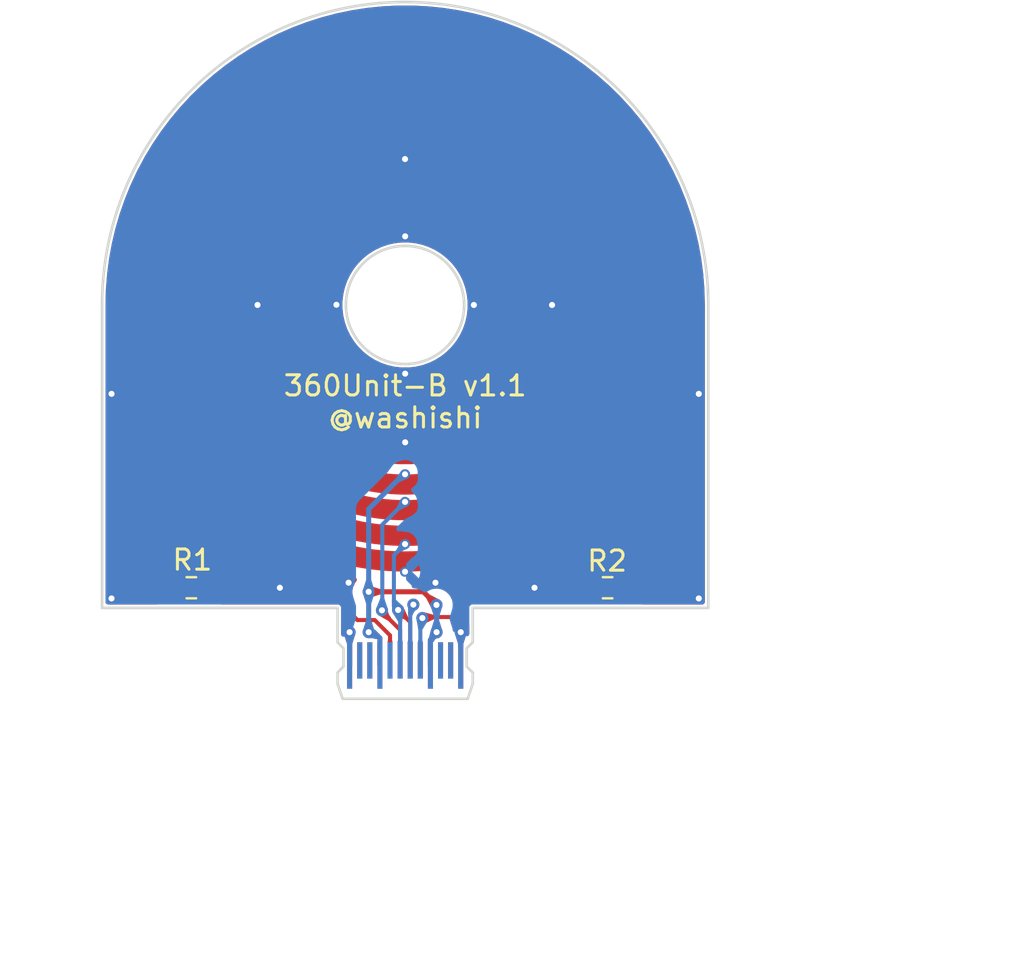
<source format=kicad_pcb>
(kicad_pcb (version 20241229) (generator "pcbnew") (generator_version "9.0")
  (layers (0 "F.Cu" signal) (2 "B.Cu" signal) (13 "F.Paste" user) (15 "B.Paste" user) (5 "F.SilkS" user "F.Silkscreen") (7 "B.SilkS" user "B.Silkscreen") (1 "F.Mask" user) (3 "B.Mask" user) (25 "Edge.Cuts" user))
  (net 0 "")
  (net 3 "Net-(J2-CC2)")
  (net 4 "Net-(J2-CC1)")
  (net 5 "/D+")
  (net 6 "/5V")
  (net 7 "/D-")
  (net 8 "/GND")
  (footprint "Local_Library:USB-C_PCBPLUG" (layer "F.Cu") (at 152.406703 119.2 -90)
    (property "Reference" "J2" (hide yes))
    (property "Value" "USB_C_Receptacle_USB2.0" (hide yes))
    (fp_line (start -2.6 3.345) (end -0.9 3.345) (stroke (width 0.127)) (layer "Edge.Cuts"))
    (fp_line (start -0.9 3.345) (end -0.6 3.055) (stroke (width 0.127)) (layer "Edge.Cuts"))
    (fp_line (start 0.6 3.345) (end 1.15 3.345) (stroke (width 0.127)) (layer "Edge.Cuts"))
    (fp_line (start 1.9 3.095) (end 1.15 3.345) (stroke (width 0.127)) (layer "Edge.Cuts"))
    (fp_line (start -0.6 3.055) (end 0.3 3.055) (stroke (width 0.127)) (layer "Edge.Cuts"))
    (fp_line (start 0.3 3.055) (end 0.6 3.345) (stroke (width 0.127)) (layer "Edge.Cuts"))
    (fp_line (start -0.6 -3.045) (end 0.3 -3.045) (stroke (width 0.127)) (layer "Edge.Cuts"))
    (fp_line (start 0.3 -3.045) (end 0.6 -3.345) (stroke (width 0.127)) (layer "Edge.Cuts"))
    (fp_line (start 1.9 -3.095) (end 1.9 3.095) (stroke (width 0.127)) (layer "Edge.Cuts"))
    (fp_line (start -2.6 -3.345) (end -0.9 -3.345) (stroke (width 0.127)) (layer "Edge.Cuts"))
    (fp_line (start -0.9 -3.345) (end -0.6 -3.045) (stroke (width 0.127)) (layer "Edge.Cuts"))
    (fp_line (start 0.6 -3.345) (end 1.15 -3.345) (stroke (width 0.127)) (layer "Edge.Cuts"))
    (fp_line (start 1.15 -3.345) (end 1.9 -3.095) (stroke (width 0.127)) (layer "Edge.Cuts"))
    (pad "A1" smd rect (at 0.25 2.75 270) (size 2.3 0.25) (layers "F.Cu" "F.Mask") (net 8 "/GND"))
    (pad "A2" smd rect (at 0 2.25 270) (size 1.8 0.25) (layers "F.Cu" "F.Mask"))
    (pad "A3" smd rect (at 0 1.75 270) (size 1.8 0.25) (layers "F.Cu" "F.Mask"))
    (pad "A4" smd rect (at 0.25 1.25 270) (size 2.3 0.25) (layers "F.Cu" "F.Mask") (net 6 "/5V"))
    (pad "A5" smd rect (at 0 0.75 270) (size 1.8 0.25) (layers "F.Cu" "F.Mask") (net 4 "Net-(J2-CC1)"))
    (pad "A6" smd rect (at 0 0.25 270) (size 1.8 0.25) (layers "F.Cu" "F.Mask") (net 5 "/D+"))
    (pad "A7" smd rect (at 0 -0.25 270) (size 1.8 0.25) (layers "F.Cu" "F.Mask") (net 7 "/D-"))
    (pad "A8" smd rect (at 0 -0.75 270) (size 1.8 0.25) (layers "F.Cu" "F.Mask"))
    (pad "A9" smd rect (at 0.25 -1.25 270) (size 2.3 0.25) (layers "F.Cu" "F.Mask") (net 6 "/5V"))
    (pad "A10" smd rect (at 0 -1.75 270) (size 1.8 0.25) (layers "F.Cu" "F.Mask"))
    (pad "A11" smd rect (at 0 -2.25 270) (size 1.8 0.25) (layers "F.Cu" "F.Mask"))
    (pad "A12" smd rect (at 0.25 -2.75 270) (size 2.3 0.25) (layers "F.Cu" "F.Mask") (net 8 "/GND"))
    (pad "B1" smd rect (at 0.25 -2.75 270) (size 2.3 0.25) (layers "B.Cu" "B.Mask") (net 8 "/GND"))
    (pad "B2" smd rect (at 0 -2.25 270) (size 1.8 0.25) (layers "B.Cu" "B.Mask"))
    (pad "B3" smd rect (at 0 -1.75 270) (size 1.8 0.25) (layers "B.Cu" "B.Mask"))
    (pad "B4" smd rect (at 0.25 -1.25 270) (size 2.3 0.25) (layers "B.Cu" "B.Mask") (net 6 "/5V"))
    (pad "B5" smd rect (at 0 -0.75 270) (size 1.8 0.25) (layers "B.Cu" "B.Mask") (net 3 "Net-(J2-CC2)"))
    (pad "B6" smd rect (at 0 -0.25 270) (size 1.8 0.25) (layers "B.Cu" "B.Mask") (net 5 "/D+"))
    (pad "B7" smd rect (at 0 0.25 270) (size 1.8 0.25) (layers "B.Cu" "B.Mask") (net 7 "/D-"))
    (pad "B8" smd rect (at 0 0.75 270) (size 1.8 0.25) (layers "B.Cu" "B.Mask"))
    (pad "B9" smd rect (at 0.25 1.25 270) (size 2.3 0.25) (layers "B.Cu" "B.Mask") (net 6 "/5V"))
    (pad "B10" smd rect (at 0 1.75 270) (size 1.8 0.25) (layers "B.Cu" "B.Mask"))
    (pad "B11" smd rect (at 0 2.25 270) (size 1.8 0.25) (layers "B.Cu" "B.Mask"))
    (pad "B12" smd rect (at 0.25 2.75 270) (size 2.3 0.25) (layers "B.Cu" "B.Mask") (net 8 "/GND"))
  )
  (footprint "Local_Library:RingTerminal" (layer "F.Cu") (at 152.4 101.6)
    (property "Reference" "J1" (hide yes))
    (property "Value" "~" (hide yes))
    (fp_circle (center 0 0) (end 0 8.89) (stroke (width 1)) (fill no) (layer "F.Cu"))
    (fp_circle (center 0 0) (end 0 10.16) (stroke (width 1)) (fill no) (layer "F.Cu"))
    (fp_circle (center 0 0) (end 0 11.43) (stroke (width 1)) (fill no) (layer "F.Cu"))
    (fp_circle (center 0 0) (end 0 12.7) (stroke (width 1)) (fill no) (layer "F.Cu"))
    (fp_circle (center 0 0) (end 2.925 0) (stroke (width 0.13)) (fill no) (layer "Edge.Cuts"))
    (pad "1" thru_hole circle (at 0 8.382) (size 0.5 0.5) (drill 0.3) (layers "*.Cu" "*.Mask") (net 6 "/5V"))
    (pad "2" thru_hole circle (at 0 9.75) (size 0.5 0.5) (drill 0.3) (layers "*.Cu" "*.Mask") (net 5 "/D+"))
    (pad "3" thru_hole circle (at 0 11.8404) (size 0.5 0.5) (drill 0.3) (layers "*.Cu" "*.Mask") (net 7 "/D-"))
    (pad "4" thru_hole circle (at 0 13.208) (size 0.5 0.5) (drill 0.3) (layers "*.Cu" "*.Mask") (net 8 "/GND"))
  )
  (footprint "Resistor_SMD:R_0603_1608Metric" (layer "F.Cu") (at 141.825 115.6 180)
    (property "Reference" "R1" (at -0.05 1.375 0) (layer "F.SilkS"))
    (property "Value" "5.1k")
    (fp_line (start -0.237258 0.5225) (end 0.237258 0.5225) (stroke (width 0.12)) (layer "F.SilkS"))
    (fp_line (start -0.237258 -0.5225) (end 0.237258 -0.5225) (stroke (width 0.12)) (layer "F.SilkS"))
    (pad "1" smd roundrect (at -0.825 0 180) (size 0.8 0.95) (layers "F.Cu" "F.Mask" "F.Paste") (net 4 "Net-(J2-CC1)"))
    (pad "2" smd roundrect (at 0.825 0 180) (size 0.8 0.95) (layers "F.Cu" "F.Mask" "F.Paste") (net 8 "/GND"))
  )
  (footprint "Resistor_SMD:R_0603_1608Metric" (layer "F.Cu") (at 162.425 115.6)
    (property "Reference" "R2" (at -0.025 -1.325 0) (layer "F.SilkS"))
    (property "Value" "5.1k")
    (fp_line (start -0.237258 -0.5225) (end 0.237258 -0.5225) (stroke (width 0.12)) (layer "F.SilkS"))
    (fp_line (start -0.237258 0.5225) (end 0.237258 0.5225) (stroke (width 0.12)) (layer "F.SilkS"))
    (pad "1" smd roundrect (at -0.825 0) (size 0.8 0.95) (layers "F.Cu" "F.Mask" "F.Paste") (net 3 "Net-(J2-CC2)"))
    (pad "2" smd roundrect (at 0.825 0) (size 0.8 0.95) (layers "F.Cu" "F.Mask" "F.Paste") (net 8 "/GND"))
  )
  (gr_line (start 137.406703 116.6) (end 149.061703 116.6) (stroke (width 0.13)) (layer "Edge.Cuts"))
  (gr_line (start 137.406703 101.6) (end 137.406703 116.6) (stroke (width 0.13)) (layer "Edge.Cuts"))
  (gr_line (start 167.406703 116.6) (end 167.406703 101.6) (stroke (width 0.13)) (layer "Edge.Cuts"))
  (gr_arc (start 137.406703 101.6) (mid 152.406703 86.6) (end 167.406703 101.6) (stroke (width 0.13)) (layer "Edge.Cuts"))
  (gr_line (start 155.751703 116.6) (end 167.406703 116.6) (stroke (width 0.13)) (layer "Edge.Cuts"))
  (gr_text "@washishi" (at 152.406703 106.6 0) (layer "F.SilkS") (effects (font (size 1 1)) (justify top)))
  (gr_text "360Unit-B v1.1" (at 152.406703 105.6 0) (layer "F.SilkS") (effects (font (size 1 1))))
  (segment (start 154.875 117.05) (end 153.306703 117.05) (width 0.2) (layer "F.Cu") (net 3))
  (segment (start 160.901 116.299) (end 161.6 115.6) (width 0.2) (layer "F.Cu") (net 3))
  (segment (start 155.876381 116.299) (end 160.901 116.299) (width 0.2) (layer "F.Cu") (net 3))
  (segment (start 155.627025 116.299) (end 155.826 116.299) (width 0.2) (layer "F.Cu") (net 3))
  (segment (start 153.306703 117.05) (end 153.256703 117.1) (width 0.2) (layer "F.Cu") (net 3))
  (segment (start 155.826 116.299) (end 155.876381 116.299) (width 0.2) (layer "F.Cu") (net 3))
  (segment (start 155.450703 116.475322) (end 155.627025 116.299) (width 0.2) (layer "F.Cu") (net 3))
  (segment (start 155.425703 116.499297) (end 154.875 117.05) (width 0.2) (layer "F.Cu") (net 3))
  (via (at 153.256703 117.1) (size 0.6) (drill 0.3) (layers "F.Cu" "B.Cu") (net 3))
  (segment (start 153.156703 119.2) (end 153.156703 117.2) (width 0.2) (layer "B.Cu") (net 3))
  (segment (start 153.156703 117.2) (end 153.256703 117.1) (width 0.2) (layer "B.Cu") (net 3))
  (segment (start 149.173955 116.329) (end 143.379 116.329) (width 0.2) (layer "F.Cu") (net 4))
  (segment (start 151.656703 117.956646) (end 151.656703 119.2) (width 0.2) (layer "F.Cu") (net 4))
  (segment (start 150.043955 117.199) (end 149.675829 116.830874) (width 0.2) (layer "F.Cu") (net 4))
  (segment (start 150.043955 117.199) (end 150.899057 117.199) (width 0.2) (layer "F.Cu") (net 4))
  (segment (start 149.944955 117.1) (end 149.906703 117.061748) (width 0.2) (layer "F.Cu") (net 4))
  (segment (start 149.906703 117.061748) (end 149.675829 116.830874) (width 0.2) (layer "F.Cu") (net 4))
  (segment (start 143.379 116.329) (end 142.65 115.6) (width 0.2) (layer "F.Cu") (net 4))
  (segment (start 149.675829 116.830874) (end 149.173955 116.329) (width 0.2) (layer "F.Cu") (net 4))
  (segment (start 150.899057 117.199) (end 151.656703 117.956646) (width 0.2) (layer "F.Cu") (net 4))
  (segment (start 152.156703 119.2) (end 152.156703 117.686703) (width 0.2) (layer "F.Cu") (net 5))
  (segment (start 152.156703 117.686703) (end 151.25 116.78) (width 0.2) (layer "F.Cu") (net 5))
  (segment (start 152.811621 116.43524) (end 152.641886 116.43524) (width 0.2) (layer "F.Cu") (net 5))
  (segment (start 152.811622 116.435239) (end 152.811621 116.43524) (width 0.2) (layer "F.Cu") (net 5))
  (via (at 151.256891 116.717383) (size 0.6) (drill 0.3) (layers "F.Cu" "B.Cu") (net 5))
  (via (at 152.811622 116.435239) (size 0.6) (drill 0.3) (layers "F.Cu" "B.Cu") (net 5))
  (segment (start 152.811622 116.435239) (end 152.811621 116.43524) (width 0.2) (layer "B.Cu") (net 5))
  (segment (start 152.811621 116.43524) (end 152.67352 116.43524) (width 0.2) (layer "B.Cu") (net 5))
  (segment (start 152.656703 116.452057) (end 152.656703 119.2) (width 0.2) (layer "B.Cu") (net 5))
  (segment (start 152.67352 116.43524) (end 152.656703 116.452057) (width 0.2) (layer "B.Cu") (net 5))
  (segment (start 152.811622 116.435239) (end 152.926 116.320861) (width 0.2) (layer "B.Cu") (net 5))
  (segment (start 151.275 112.475) (end 151.275 116.725) (width 0.2) (layer "B.Cu") (net 5))
  (segment (start 152.4 111.35) (end 151.275 112.475) (width 0.2) (layer "B.Cu") (net 5))
  (segment (start 151.275 116.725) (end 151.375 116.825) (width 0.2) (layer "B.Cu") (net 5))
  (segment (start 150.675798 117.875) (end 150.700798 117.9) (width 0.25) (layer "F.Cu") (net 6))
  (segment (start 153.656703 119.45) (end 153.656703 118.185298) (width 0.25) (layer "F.Cu") (net 6))
  (segment (start 153.306703 115.8) (end 150.6 115.8) (width 0.25) (layer "F.Cu") (net 6))
  (segment (start 153.656703 118.185298) (end 153.962025 117.879976) (width 0.25) (layer "F.Cu") (net 6))
  (segment (start 153.956703 116.45) (end 153.306703 115.8) (width 0.25) (layer "F.Cu") (net 6))
  (segment (start 151.156703 118.1) (end 151.156703 119.45) (width 0.25) (layer "F.Cu") (net 6))
  (segment (start 150.6 117.8) (end 150.856703 117.8) (width 0.25) (layer "F.Cu") (net 6))
  (segment (start 150.856703 117.8) (end 151.156703 118.1) (width 0.25) (layer "F.Cu") (net 6))
  (segment (start 153.962025 117.879976) (end 153.962025 117.8) (width 0.25) (layer "F.Cu") (net 6))
  (segment (start 150.65 117.8) (end 150.656703 117.8) (width 0.25) (layer "F.Cu") (net 6))
  (segment (start 150.675798 117.875) (end 150.8 117.875) (width 0.2) (layer "F.Cu") (net 6))
  (via (at 150.6 117.8) (size 0.6) (drill 0.3) (layers "F.Cu" "B.Cu") (net 6))
  (via (at 153.956703 116.45) (size 0.6) (drill 0.3) (layers "F.Cu" "B.Cu") (net 6))
  (via (at 150.6 115.8) (size 0.6) (drill 0.3) (layers "F.Cu" "B.Cu") (net 6))
  (via (at 153.962025 117.8) (size 0.6) (drill 0.3) (layers "F.Cu" "B.Cu") (net 6))
  (segment (start 150.856703 117.8) (end 150.6 117.8) (width 0.25) (layer "B.Cu") (net 6))
  (segment (start 153.956703 116.45) (end 153.956703 116.9) (width 0.25) (layer "B.Cu") (net 6))
  (segment (start 151.156703 118.1) (end 150.856703 117.8) (width 0.25) (layer "B.Cu") (net 6))
  (segment (start 150.6 111.706703) (end 152.4 109.906703) (width 0.25) (layer "B.Cu") (net 6))
  (segment (start 151.156703 119.45) (end 151.156703 118.1) (width 0.25) (layer "B.Cu") (net 6))
  (segment (start 153.881678 117.918322) (end 153.881678 117.981728) (width 0.2) (layer "B.Cu") (net 6))
  (segment (start 150.6 115.506703) (end 150.6 111.706703) (width 0.25) (layer "B.Cu") (net 6))
  (segment (start 153.956703 116.9) (end 153.962025 116.905322) (width 0.25) (layer "B.Cu") (net 6))
  (segment (start 153.912025 117.918322) (end 153.881678 117.918322) (width 0.2) (layer "B.Cu") (net 6))
  (segment (start 153.962025 116.905322) (end 153.962025 117.8) (width 0.25) (layer "B.Cu") (net 6))
  (segment (start 153.962025 117.879976) (end 153.962025 117.8) (width 0.25) (layer "B.Cu") (net 6))
  (segment (start 150.675798 117.875) (end 150.717893 117.875) (width 0.25) (layer "B.Cu") (net 6))
  (segment (start 152.4 109.906703) (end 152.4 109.961649) (width 0.25) (layer "B.Cu") (net 6))
  (segment (start 153.656703 119.45) (end 153.656703 118.185298) (width 0.25) (layer "B.Cu") (net 6))
  (segment (start 153.962025 117.8) (end 153.912025 117.85) (width 0.25) (layer "B.Cu") (net 6))
  (segment (start 150.6 117.8) (end 150.6 115.593297) (width 0.25) (layer "B.Cu") (net 6))
  (segment (start 153.656703 118.185298) (end 153.962025 117.879976) (width 0.25) (layer "B.Cu") (net 6))
  (segment (start 150.675798 117.875) (end 150.8 117.875) (width 0.2) (layer "B.Cu") (net 6))
  (segment (start 152.656703 119.2) (end 152.649 119.192297) (width 0.2) (layer "F.Cu") (net 7))
  (segment (start 152.656703 117.3) (end 152.656703 119.2) (width 0.2) (layer "F.Cu") (net 7))
  (segment (start 152.056703 116.7) (end 152.656703 117.3) (width 0.2) (layer "F.Cu") (net 7))
  (via (at 152.056703 116.7) (size 0.6) (drill 0.3) (layers "F.Cu" "B.Cu") (net 7))
  (segment (start 152.056703 116.7) (end 151.849 116.492297) (width 0.2) (layer "B.Cu") (net 7))
  (segment (start 152.156703 116.8) (end 152.056703 116.7) (width 0.2) (layer "B.Cu") (net 7))
  (segment (start 152.156703 119.2) (end 152.156703 116.8) (width 0.2) (layer "B.Cu") (net 7))
  (segment (start 151.849 116.492297) (end 151.849 113.9914) (width 0.2) (layer "B.Cu") (net 7))
  (segment (start 151.849 113.9914) (end 152.4 113.4404) (width 0.2) (layer "B.Cu") (net 7))
  (segment (start 155.156703 117.875) (end 155.156703 118.5) (width 0.25) (layer "F.Cu") (net 8))
  (segment (start 149.656703 119.45) (end 149.656703 117.931703) (width 0.25) (layer "F.Cu") (net 8))
  (segment (start 155.15 117.875) (end 155.150703 117.875703) (width 0.2) (layer "F.Cu") (net 8))
  (segment (start 149.656703 117.931703) (end 149.65 117.925) (width 0.25) (layer "F.Cu") (net 8))
  (via (at 166.936703 116.13) (size 0.6) (drill 0.3) (layers "F.Cu" "B.Cu") (net 8))
  (via (at 149.656703 117.8) (size 0.6) (drill 0.3) (layers "F.Cu" "B.Cu") (net 8))
  (via (at 155.806703 101.6) (size 0.6) (drill 0.3) (layers "F.Cu" "B.Cu") (net 8))
  (via (at 149.005014 101.589627) (size 0.6) (drill 0.3) (layers "F.Cu" "B.Cu") (net 8))
  (via (at 152.406703 105) (size 0.6) (drill 0.3) (layers "F.Cu" "B.Cu") (net 8))
  (via (at 152.406703 98.2) (size 0.6) (drill 0.3) (layers "F.Cu" "B.Cu") (net 8))
  (via (at 152.4 94.375) (size 0.6) (drill 0.3) (layers "F.Cu" "B.Cu") (net 8))
  (via (at 145.1 101.6) (size 0.6) (drill 0.3) (layers "F.Cu" "B.Cu") (net 8))
  (via (at 152.406703 108.4) (size 0.6) (drill 0.3) (layers "F.Cu" "B.Cu") (net 8))
  (via (at 149.606703 115.35) (size 0.6) (drill 0.3) (layers "F.Cu" "B.Cu") (net 8))
  (via (at 158.806703 115.6) (size 0.6) (drill 0.3) (layers "F.Cu" "B.Cu") (net 8))
  (via (at 166.936703 106) (size 0.6) (drill 0.3) (layers "F.Cu" "B.Cu") (net 8))
  (via (at 159.675 101.6) (size 0.6) (drill 0.3) (layers "F.Cu" "B.Cu") (net 8))
  (via (at 137.876703 116.13) (size 0.6) (drill 0.3) (layers "F.Cu" "B.Cu") (net 8))
  (via (at 146.206703 115.6) (size 0.6) (drill 0.3) (layers "F.Cu" "B.Cu") (net 8))
  (via (at 137.876703 106) (size 0.6) (drill 0.3) (layers "F.Cu" "B.Cu") (net 8))
  (via (at 153.906703 115.35) (size 0.6) (drill 0.3) (layers "F.Cu" "B.Cu") (net 8))
  (via (at 155.156703 117.8) (size 0.6) (drill 0.3) (layers "F.Cu" "B.Cu") (net 8))
  (segment (start 149.656703 117.925) (end 149.656703 119.443297) (width 0.25) (layer "B.Cu") (net 8))
  (segment (start 155.156703 117.875) (end 155.145703 117.886) (width 0.25) (layer "B.Cu") (net 8))
  (segment (start 155.15 117.875) (end 155.150703 117.875703) (width 0.2) (layer "B.Cu") (net 8))
  (segment (start 149.65 119.443297) (end 149.656703 119.45) (width 0.2) (layer "B.Cu") (net 8))
  (segment (start 155.156703 117.886) (end 155.156703 118.5) (width 0.25) (layer "B.Cu") (net 8))
  (segment (start 149.656703 117.931703) (end 149.65 117.925) (width 0.2) (layer "B.Cu") (net 8))
  (zone (net 8) (net_name "/GND") (layers "F.Cu" "B.Cu") (connect_pads (clearance 0.5)) (min_thickness 0.25) (fill yes (thermal_gap 0.5) (thermal_bridge_width 0.5) (island_removal_mode 1) (island_area_min 10))
    (polygon (pts (xy 137.45 116.575) (xy 137.35 86.5) (xy 167.475 86.7) (xy 167.375 116.65) (xy 155.775 116.55) (xy 155.775 118) (xy 149.1 118.025) (xy 149.1 116.65)))
  )
)
</source>
